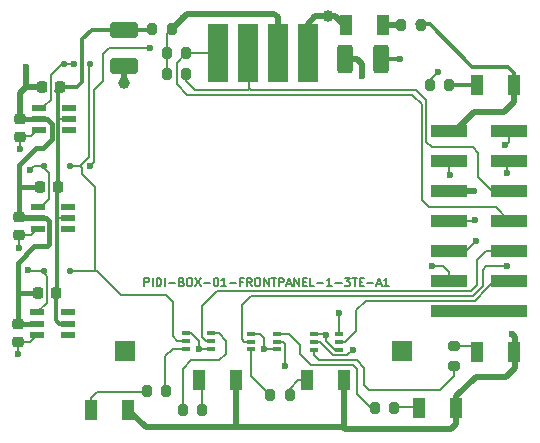
<source format=gbr>
%TF.GenerationSoftware,KiCad,Pcbnew,9.0.6*%
%TF.CreationDate,2025-12-26T20:18:00+00:00*%
%TF.ProjectId,PIDI-BOX-01-FRONTPANEL-1-3TE-A1,50494449-2d42-44f5-982d-30312d46524f,rev?*%
%TF.SameCoordinates,Original*%
%TF.FileFunction,Copper,L1,Top*%
%TF.FilePolarity,Positive*%
%FSLAX46Y46*%
G04 Gerber Fmt 4.6, Leading zero omitted, Abs format (unit mm)*
G04 Created by KiCad (PCBNEW 9.0.6) date 2025-12-26 20:18:00*
%MOMM*%
%LPD*%
G01*
G04 APERTURE LIST*
G04 Aperture macros list*
%AMRoundRect*
0 Rectangle with rounded corners*
0 $1 Rounding radius*
0 $2 $3 $4 $5 $6 $7 $8 $9 X,Y pos of 4 corners*
0 Add a 4 corners polygon primitive as box body*
4,1,4,$2,$3,$4,$5,$6,$7,$8,$9,$2,$3,0*
0 Add four circle primitives for the rounded corners*
1,1,$1+$1,$2,$3*
1,1,$1+$1,$4,$5*
1,1,$1+$1,$6,$7*
1,1,$1+$1,$8,$9*
0 Add four rect primitives between the rounded corners*
20,1,$1+$1,$2,$3,$4,$5,0*
20,1,$1+$1,$4,$5,$6,$7,0*
20,1,$1+$1,$6,$7,$8,$9,0*
20,1,$1+$1,$8,$9,$2,$3,0*%
G04 Aperture macros list end*
%ADD10C,0.150000*%
%TA.AperFunction,NonConductor*%
%ADD11C,0.150000*%
%TD*%
%TA.AperFunction,SMDPad,CuDef*%
%ADD12RoundRect,0.225000X0.250000X-0.225000X0.250000X0.225000X-0.250000X0.225000X-0.250000X-0.225000X0*%
%TD*%
%TA.AperFunction,SMDPad,CuDef*%
%ADD13RoundRect,0.225000X0.225000X0.250000X-0.225000X0.250000X-0.225000X-0.250000X0.225000X-0.250000X0*%
%TD*%
%TA.AperFunction,SMDPad,CuDef*%
%ADD14RoundRect,0.200000X0.200000X0.275000X-0.200000X0.275000X-0.200000X-0.275000X0.200000X-0.275000X0*%
%TD*%
%TA.AperFunction,SMDPad,CuDef*%
%ADD15RoundRect,0.200000X-0.200000X-0.275000X0.200000X-0.275000X0.200000X0.275000X-0.200000X0.275000X0*%
%TD*%
%TA.AperFunction,SMDPad,CuDef*%
%ADD16RoundRect,0.125000X0.125000X0.125000X-0.125000X0.125000X-0.125000X-0.125000X0.125000X-0.125000X0*%
%TD*%
%TA.AperFunction,SMDPad,CuDef*%
%ADD17R,0.787400X0.355600*%
%TD*%
%TA.AperFunction,SMDPad,CuDef*%
%ADD18RoundRect,0.200000X0.275000X-0.200000X0.275000X0.200000X-0.275000X0.200000X-0.275000X-0.200000X0*%
%TD*%
%TA.AperFunction,SMDPad,CuDef*%
%ADD19R,1.700000X5.000000*%
%TD*%
%TA.AperFunction,SMDPad,CuDef*%
%ADD20R,3.150000X1.000000*%
%TD*%
%TA.AperFunction,SMDPad,CuDef*%
%ADD21R,1.008000X1.701800*%
%TD*%
%TA.AperFunction,SMDPad,CuDef*%
%ADD22R,1.016000X1.701800*%
%TD*%
%TA.AperFunction,SMDPad,CuDef*%
%ADD23R,1.150000X0.600000*%
%TD*%
%TA.AperFunction,SMDPad,CuDef*%
%ADD24RoundRect,0.250000X-0.420000X-0.945000X0.420000X-0.945000X0.420000X0.945000X-0.420000X0.945000X0*%
%TD*%
%TA.AperFunction,ComponentPad*%
%ADD25R,1.700000X1.700000*%
%TD*%
%TA.AperFunction,SMDPad,CuDef*%
%ADD26RoundRect,0.250000X-0.945000X0.420000X-0.945000X-0.420000X0.945000X-0.420000X0.945000X0.420000X0*%
%TD*%
%TA.AperFunction,ViaPad*%
%ADD27C,0.600000*%
%TD*%
%TA.AperFunction,ViaPad*%
%ADD28C,1.000000*%
%TD*%
%TA.AperFunction,Conductor*%
%ADD29C,0.400000*%
%TD*%
%TA.AperFunction,Conductor*%
%ADD30C,0.500000*%
%TD*%
%TA.AperFunction,Conductor*%
%ADD31C,0.200000*%
%TD*%
%TA.AperFunction,Conductor*%
%ADD32C,1.000000*%
%TD*%
%TA.AperFunction,Conductor*%
%ADD33C,0.300000*%
%TD*%
G04 APERTURE END LIST*
D10*
D11*
X96929750Y-74023733D02*
X96929750Y-73323733D01*
X96929750Y-73323733D02*
X97196417Y-73323733D01*
X97196417Y-73323733D02*
X97263084Y-73357066D01*
X97263084Y-73357066D02*
X97296417Y-73390400D01*
X97296417Y-73390400D02*
X97329750Y-73457066D01*
X97329750Y-73457066D02*
X97329750Y-73557066D01*
X97329750Y-73557066D02*
X97296417Y-73623733D01*
X97296417Y-73623733D02*
X97263084Y-73657066D01*
X97263084Y-73657066D02*
X97196417Y-73690400D01*
X97196417Y-73690400D02*
X96929750Y-73690400D01*
X97629750Y-74023733D02*
X97629750Y-73323733D01*
X97963083Y-74023733D02*
X97963083Y-73323733D01*
X97963083Y-73323733D02*
X98129750Y-73323733D01*
X98129750Y-73323733D02*
X98229750Y-73357066D01*
X98229750Y-73357066D02*
X98296417Y-73423733D01*
X98296417Y-73423733D02*
X98329750Y-73490400D01*
X98329750Y-73490400D02*
X98363083Y-73623733D01*
X98363083Y-73623733D02*
X98363083Y-73723733D01*
X98363083Y-73723733D02*
X98329750Y-73857066D01*
X98329750Y-73857066D02*
X98296417Y-73923733D01*
X98296417Y-73923733D02*
X98229750Y-73990400D01*
X98229750Y-73990400D02*
X98129750Y-74023733D01*
X98129750Y-74023733D02*
X97963083Y-74023733D01*
X98663083Y-74023733D02*
X98663083Y-73323733D01*
X98996416Y-73757066D02*
X99529750Y-73757066D01*
X100096417Y-73657066D02*
X100196417Y-73690400D01*
X100196417Y-73690400D02*
X100229750Y-73723733D01*
X100229750Y-73723733D02*
X100263083Y-73790400D01*
X100263083Y-73790400D02*
X100263083Y-73890400D01*
X100263083Y-73890400D02*
X100229750Y-73957066D01*
X100229750Y-73957066D02*
X100196417Y-73990400D01*
X100196417Y-73990400D02*
X100129750Y-74023733D01*
X100129750Y-74023733D02*
X99863083Y-74023733D01*
X99863083Y-74023733D02*
X99863083Y-73323733D01*
X99863083Y-73323733D02*
X100096417Y-73323733D01*
X100096417Y-73323733D02*
X100163083Y-73357066D01*
X100163083Y-73357066D02*
X100196417Y-73390400D01*
X100196417Y-73390400D02*
X100229750Y-73457066D01*
X100229750Y-73457066D02*
X100229750Y-73523733D01*
X100229750Y-73523733D02*
X100196417Y-73590400D01*
X100196417Y-73590400D02*
X100163083Y-73623733D01*
X100163083Y-73623733D02*
X100096417Y-73657066D01*
X100096417Y-73657066D02*
X99863083Y-73657066D01*
X100696417Y-73323733D02*
X100829750Y-73323733D01*
X100829750Y-73323733D02*
X100896417Y-73357066D01*
X100896417Y-73357066D02*
X100963083Y-73423733D01*
X100963083Y-73423733D02*
X100996417Y-73557066D01*
X100996417Y-73557066D02*
X100996417Y-73790400D01*
X100996417Y-73790400D02*
X100963083Y-73923733D01*
X100963083Y-73923733D02*
X100896417Y-73990400D01*
X100896417Y-73990400D02*
X100829750Y-74023733D01*
X100829750Y-74023733D02*
X100696417Y-74023733D01*
X100696417Y-74023733D02*
X100629750Y-73990400D01*
X100629750Y-73990400D02*
X100563083Y-73923733D01*
X100563083Y-73923733D02*
X100529750Y-73790400D01*
X100529750Y-73790400D02*
X100529750Y-73557066D01*
X100529750Y-73557066D02*
X100563083Y-73423733D01*
X100563083Y-73423733D02*
X100629750Y-73357066D01*
X100629750Y-73357066D02*
X100696417Y-73323733D01*
X101229750Y-73323733D02*
X101696416Y-74023733D01*
X101696416Y-73323733D02*
X101229750Y-74023733D01*
X101963083Y-73757066D02*
X102496417Y-73757066D01*
X102963084Y-73323733D02*
X103029750Y-73323733D01*
X103029750Y-73323733D02*
X103096417Y-73357066D01*
X103096417Y-73357066D02*
X103129750Y-73390400D01*
X103129750Y-73390400D02*
X103163084Y-73457066D01*
X103163084Y-73457066D02*
X103196417Y-73590400D01*
X103196417Y-73590400D02*
X103196417Y-73757066D01*
X103196417Y-73757066D02*
X103163084Y-73890400D01*
X103163084Y-73890400D02*
X103129750Y-73957066D01*
X103129750Y-73957066D02*
X103096417Y-73990400D01*
X103096417Y-73990400D02*
X103029750Y-74023733D01*
X103029750Y-74023733D02*
X102963084Y-74023733D01*
X102963084Y-74023733D02*
X102896417Y-73990400D01*
X102896417Y-73990400D02*
X102863084Y-73957066D01*
X102863084Y-73957066D02*
X102829750Y-73890400D01*
X102829750Y-73890400D02*
X102796417Y-73757066D01*
X102796417Y-73757066D02*
X102796417Y-73590400D01*
X102796417Y-73590400D02*
X102829750Y-73457066D01*
X102829750Y-73457066D02*
X102863084Y-73390400D01*
X102863084Y-73390400D02*
X102896417Y-73357066D01*
X102896417Y-73357066D02*
X102963084Y-73323733D01*
X103863084Y-74023733D02*
X103463084Y-74023733D01*
X103663084Y-74023733D02*
X103663084Y-73323733D01*
X103663084Y-73323733D02*
X103596417Y-73423733D01*
X103596417Y-73423733D02*
X103529751Y-73490400D01*
X103529751Y-73490400D02*
X103463084Y-73523733D01*
X104163084Y-73757066D02*
X104696418Y-73757066D01*
X105263085Y-73657066D02*
X105029751Y-73657066D01*
X105029751Y-74023733D02*
X105029751Y-73323733D01*
X105029751Y-73323733D02*
X105363085Y-73323733D01*
X106029751Y-74023733D02*
X105796418Y-73690400D01*
X105629751Y-74023733D02*
X105629751Y-73323733D01*
X105629751Y-73323733D02*
X105896418Y-73323733D01*
X105896418Y-73323733D02*
X105963085Y-73357066D01*
X105963085Y-73357066D02*
X105996418Y-73390400D01*
X105996418Y-73390400D02*
X106029751Y-73457066D01*
X106029751Y-73457066D02*
X106029751Y-73557066D01*
X106029751Y-73557066D02*
X105996418Y-73623733D01*
X105996418Y-73623733D02*
X105963085Y-73657066D01*
X105963085Y-73657066D02*
X105896418Y-73690400D01*
X105896418Y-73690400D02*
X105629751Y-73690400D01*
X106463085Y-73323733D02*
X106596418Y-73323733D01*
X106596418Y-73323733D02*
X106663085Y-73357066D01*
X106663085Y-73357066D02*
X106729751Y-73423733D01*
X106729751Y-73423733D02*
X106763085Y-73557066D01*
X106763085Y-73557066D02*
X106763085Y-73790400D01*
X106763085Y-73790400D02*
X106729751Y-73923733D01*
X106729751Y-73923733D02*
X106663085Y-73990400D01*
X106663085Y-73990400D02*
X106596418Y-74023733D01*
X106596418Y-74023733D02*
X106463085Y-74023733D01*
X106463085Y-74023733D02*
X106396418Y-73990400D01*
X106396418Y-73990400D02*
X106329751Y-73923733D01*
X106329751Y-73923733D02*
X106296418Y-73790400D01*
X106296418Y-73790400D02*
X106296418Y-73557066D01*
X106296418Y-73557066D02*
X106329751Y-73423733D01*
X106329751Y-73423733D02*
X106396418Y-73357066D01*
X106396418Y-73357066D02*
X106463085Y-73323733D01*
X107063084Y-74023733D02*
X107063084Y-73323733D01*
X107063084Y-73323733D02*
X107463084Y-74023733D01*
X107463084Y-74023733D02*
X107463084Y-73323733D01*
X107696417Y-73323733D02*
X108096417Y-73323733D01*
X107896417Y-74023733D02*
X107896417Y-73323733D01*
X108329750Y-74023733D02*
X108329750Y-73323733D01*
X108329750Y-73323733D02*
X108596417Y-73323733D01*
X108596417Y-73323733D02*
X108663084Y-73357066D01*
X108663084Y-73357066D02*
X108696417Y-73390400D01*
X108696417Y-73390400D02*
X108729750Y-73457066D01*
X108729750Y-73457066D02*
X108729750Y-73557066D01*
X108729750Y-73557066D02*
X108696417Y-73623733D01*
X108696417Y-73623733D02*
X108663084Y-73657066D01*
X108663084Y-73657066D02*
X108596417Y-73690400D01*
X108596417Y-73690400D02*
X108329750Y-73690400D01*
X108996417Y-73823733D02*
X109329750Y-73823733D01*
X108929750Y-74023733D02*
X109163084Y-73323733D01*
X109163084Y-73323733D02*
X109396417Y-74023733D01*
X109629750Y-74023733D02*
X109629750Y-73323733D01*
X109629750Y-73323733D02*
X110029750Y-74023733D01*
X110029750Y-74023733D02*
X110029750Y-73323733D01*
X110363083Y-73657066D02*
X110596417Y-73657066D01*
X110696417Y-74023733D02*
X110363083Y-74023733D01*
X110363083Y-74023733D02*
X110363083Y-73323733D01*
X110363083Y-73323733D02*
X110696417Y-73323733D01*
X111329750Y-74023733D02*
X110996416Y-74023733D01*
X110996416Y-74023733D02*
X110996416Y-73323733D01*
X111563083Y-73757066D02*
X112096417Y-73757066D01*
X112796417Y-74023733D02*
X112396417Y-74023733D01*
X112596417Y-74023733D02*
X112596417Y-73323733D01*
X112596417Y-73323733D02*
X112529750Y-73423733D01*
X112529750Y-73423733D02*
X112463084Y-73490400D01*
X112463084Y-73490400D02*
X112396417Y-73523733D01*
X113096417Y-73757066D02*
X113629751Y-73757066D01*
X113896418Y-73323733D02*
X114329751Y-73323733D01*
X114329751Y-73323733D02*
X114096418Y-73590400D01*
X114096418Y-73590400D02*
X114196418Y-73590400D01*
X114196418Y-73590400D02*
X114263084Y-73623733D01*
X114263084Y-73623733D02*
X114296418Y-73657066D01*
X114296418Y-73657066D02*
X114329751Y-73723733D01*
X114329751Y-73723733D02*
X114329751Y-73890400D01*
X114329751Y-73890400D02*
X114296418Y-73957066D01*
X114296418Y-73957066D02*
X114263084Y-73990400D01*
X114263084Y-73990400D02*
X114196418Y-74023733D01*
X114196418Y-74023733D02*
X113996418Y-74023733D01*
X113996418Y-74023733D02*
X113929751Y-73990400D01*
X113929751Y-73990400D02*
X113896418Y-73957066D01*
X114529751Y-73323733D02*
X114929751Y-73323733D01*
X114729751Y-74023733D02*
X114729751Y-73323733D01*
X115163084Y-73657066D02*
X115396418Y-73657066D01*
X115496418Y-74023733D02*
X115163084Y-74023733D01*
X115163084Y-74023733D02*
X115163084Y-73323733D01*
X115163084Y-73323733D02*
X115496418Y-73323733D01*
X115796417Y-73757066D02*
X116329751Y-73757066D01*
X116629751Y-73823733D02*
X116963084Y-73823733D01*
X116563084Y-74023733D02*
X116796418Y-73323733D01*
X116796418Y-73323733D02*
X117029751Y-74023733D01*
X117629751Y-74023733D02*
X117229751Y-74023733D01*
X117429751Y-74023733D02*
X117429751Y-73323733D01*
X117429751Y-73323733D02*
X117363084Y-73423733D01*
X117363084Y-73423733D02*
X117296418Y-73490400D01*
X117296418Y-73490400D02*
X117229751Y-73523733D01*
D12*
%TO.P,C3,1*%
%TO.N,/BUT3*%
X86275000Y-78775000D03*
%TO.P,C3,2*%
%TO.N,GND*%
X86275000Y-77225000D03*
%TD*%
D13*
%TO.P,C5,1*%
%TO.N,Net-(IC1-VDD)*%
X89625000Y-65650000D03*
%TO.P,C5,2*%
%TO.N,GND*%
X88075000Y-65650000D03*
%TD*%
D14*
%TO.P,R9,1*%
%TO.N,SDA*%
X100494600Y-54283200D03*
%TO.P,R9,2*%
%TO.N,+3.3V*%
X98844600Y-54283200D03*
%TD*%
D15*
%TO.P,R7,1*%
%TO.N,Net-(U3-C_TR1)*%
X100165400Y-84480400D03*
%TO.P,R7,2*%
%TO.N,Net-(LED6-Pad1)*%
X101815400Y-84480400D03*
%TD*%
D12*
%TO.P,C1,1*%
%TO.N,/BUT2*%
X86300000Y-69725000D03*
%TO.P,C1,2*%
%TO.N,GND*%
X86300000Y-68175000D03*
%TD*%
D16*
%TO.P,D1,1,1*%
%TO.N,BUT-PRESS*%
X90600000Y-72700000D03*
%TO.P,D1,2,2*%
%TO.N,BUT3G16*%
X88400000Y-72700000D03*
%TD*%
D17*
%TO.P,U1,1,E_TR1*%
%TO.N,GND*%
X111302800Y-78084401D03*
%TO.P,U1,2,B_TR1*%
%TO.N,G10*%
X111302800Y-78734400D03*
%TO.P,U1,3,C_TR2*%
%TO.N,Net-(U1-C_TR2)*%
X111302800Y-79384399D03*
%TO.P,U1,4,E_TR2*%
%TO.N,GND*%
X113436400Y-79384399D03*
%TO.P,U1,5,B_TR2*%
%TO.N,G20*%
X113436400Y-78734400D03*
%TO.P,U1,6,C_TR1*%
%TO.N,Net-(U1-C_TR1)*%
X113436400Y-78084401D03*
%TD*%
D18*
%TO.P,R4,1*%
%TO.N,Net-(U1-C_TR2)*%
X123125000Y-80775000D03*
%TO.P,R4,2*%
%TO.N,Net-(LED3-Pad1)*%
X123125000Y-79125000D03*
%TD*%
D19*
%TO.P,J2,1,Pin_1*%
%TO.N,GND*%
X110751400Y-54266900D03*
%TO.P,J2,2,Pin_2*%
%TO.N,+3.3V*%
X108211400Y-54266900D03*
%TO.P,J2,3,Pin_3*%
%TO.N,SCL*%
X105671400Y-54266900D03*
%TO.P,J2,4,Pin_4*%
%TO.N,SDA*%
X103131400Y-54266900D03*
%TD*%
D20*
%TO.P,J1,1,Pin_1*%
%TO.N,GND*%
X127800000Y-76090000D03*
%TO.P,J1,2,Pin_2*%
X122750000Y-76090000D03*
%TO.P,J1,3,Pin_3*%
%TO.N,G20*%
X127800000Y-73550000D03*
%TO.P,J1,4,Pin_4*%
%TO.N,BUT3G16*%
X122750000Y-73550000D03*
%TO.P,J1,5,Pin_5*%
%TO.N,G21*%
X127800000Y-71010000D03*
%TO.P,J1,6,Pin_6*%
%TO.N,BUT1G08*%
X122750000Y-71010000D03*
%TO.P,J1,7,Pin_7*%
%TO.N,SDA*%
X127800000Y-68470000D03*
%TO.P,J1,8,Pin_8*%
%TO.N,BUT2G25*%
X122750000Y-68470000D03*
%TO.P,J1,9,Pin_9*%
%TO.N,SCL*%
X127800000Y-65930000D03*
%TO.P,J1,10,Pin_10*%
%TO.N,+3.3V*%
X122750000Y-65930000D03*
%TO.P,J1,11,Pin_11*%
%TO.N,G9*%
X127800000Y-63390000D03*
%TO.P,J1,12,Pin_12*%
%TO.N,G17*%
X122750000Y-63390000D03*
%TO.P,J1,13,Pin_13*%
%TO.N,G10*%
X127800000Y-60850000D03*
%TO.P,J1,14,Pin_14*%
%TO.N,+5V*%
X122750000Y-60850000D03*
%TD*%
D21*
%TO.P,LED4,1*%
%TO.N,Net-(LED4-Pad1)*%
X120167400Y-84328000D03*
D22*
%TO.P,LED4,2*%
%TO.N,+5V*%
X123317400Y-84328000D03*
%TD*%
D23*
%TO.P,IC3,1,Q*%
%TO.N,BUT3G16*%
X87875000Y-76250000D03*
%TO.P,IC3,2,VSS*%
%TO.N,GND*%
X87875000Y-77200000D03*
%TO.P,IC3,3,I*%
%TO.N,/BUT3*%
X87875000Y-78150000D03*
%TO.P,IC3,4,AHLB*%
%TO.N,unconnected-(IC3-AHLB-Pad4)*%
X90475000Y-78150000D03*
%TO.P,IC3,5,VDD*%
%TO.N,Net-(IC1-VDD)*%
X90475000Y-77200000D03*
%TO.P,IC3,6,TOG*%
%TO.N,unconnected-(IC3-TOG-Pad6)*%
X90475000Y-76250000D03*
%TD*%
D17*
%TO.P,U2,1,E_TR1*%
%TO.N,GND*%
X106002000Y-78072701D03*
%TO.P,U2,2,B_TR1*%
%TO.N,G9*%
X106002000Y-78722700D03*
%TO.P,U2,3,C_TR2*%
%TO.N,Net-(U2-C_TR2)*%
X106002000Y-79372699D03*
%TO.P,U2,4,E_TR2*%
%TO.N,GND*%
X108135600Y-79372699D03*
%TO.P,U2,5,B_TR2*%
%TO.N,G17*%
X108135600Y-78722700D03*
%TO.P,U2,6,C_TR1*%
%TO.N,Net-(U2-C_TR1)*%
X108135600Y-78072701D03*
%TD*%
D15*
%TO.P,R6,1*%
%TO.N,Net-(U2-C_TR2)*%
X107582200Y-83210400D03*
%TO.P,R6,2*%
%TO.N,Net-(LED5-Pad1)*%
X109232200Y-83210400D03*
%TD*%
D17*
%TO.P,U3,1,E_TR1*%
%TO.N,GND*%
X100482400Y-78000659D03*
%TO.P,U3,2,B_TR1*%
%TO.N,BUT-PRESS*%
X100482400Y-78650658D03*
%TO.P,U3,3,C_TR2*%
%TO.N,Net-(U3-C_TR2)*%
X100482400Y-79300657D03*
%TO.P,U3,4,E_TR2*%
%TO.N,GND*%
X102616000Y-79300657D03*
%TO.P,U3,5,B_TR2*%
%TO.N,G21*%
X102616000Y-78650658D03*
%TO.P,U3,6,C_TR1*%
%TO.N,Net-(U3-C_TR1)*%
X102616000Y-78000659D03*
%TD*%
D21*
%TO.P,LED5,1*%
%TO.N,Net-(LED5-Pad1)*%
X110695800Y-81991200D03*
D22*
%TO.P,LED5,2*%
%TO.N,+5V*%
X113845800Y-81991200D03*
%TD*%
D24*
%TO.P,C8,1*%
%TO.N,+3.3V*%
X113885000Y-54800000D03*
%TO.P,C8,2*%
%TO.N,GND*%
X116965000Y-54800000D03*
%TD*%
D14*
%TO.P,R2,1*%
%TO.N,Net-(U3-C_TR2)*%
X98767400Y-82905600D03*
%TO.P,R2,2*%
%TO.N,Net-(LED7-Pad1)*%
X97117400Y-82905600D03*
%TD*%
D21*
%TO.P,LED2,1*%
%TO.N,Net-(LED2-Pad1)*%
X125075000Y-57025000D03*
D22*
%TO.P,LED2,2*%
%TO.N,+5V*%
X128225000Y-57025000D03*
%TD*%
D21*
%TO.P,LED1,1*%
%TO.N,GND*%
X114000000Y-51875000D03*
D22*
%TO.P,LED1,2*%
%TO.N,Net-(LED1-Pad2)*%
X117150000Y-51875000D03*
%TD*%
D15*
%TO.P,R5,1*%
%TO.N,Net-(U2-C_TR1)*%
X116450000Y-84350000D03*
%TO.P,R5,2*%
%TO.N,Net-(LED4-Pad1)*%
X118100000Y-84350000D03*
%TD*%
D21*
%TO.P,LED6,1*%
%TO.N,Net-(LED6-Pad1)*%
X101573200Y-81940400D03*
D22*
%TO.P,LED6,2*%
%TO.N,+5V*%
X104723200Y-81940400D03*
%TD*%
D15*
%TO.P,R8,1*%
%TO.N,Net-(LED1-Pad2)*%
X118675000Y-51900000D03*
%TO.P,R8,2*%
%TO.N,+5V*%
X120325000Y-51900000D03*
%TD*%
D16*
%TO.P,D3,1,1*%
%TO.N,BUT-PRESS*%
X92325000Y-55225000D03*
%TO.P,D3,2,2*%
%TO.N,BUT1G08*%
X90125000Y-55225000D03*
%TD*%
D21*
%TO.P,LED7,1*%
%TO.N,Net-(LED7-Pad1)*%
X92407800Y-84480400D03*
D22*
%TO.P,LED7,2*%
%TO.N,+5V*%
X95557800Y-84480400D03*
%TD*%
D16*
%TO.P,D2,1,1*%
%TO.N,BUT-PRESS*%
X90675000Y-63825000D03*
%TO.P,D2,2,2*%
%TO.N,BUT2G25*%
X88475000Y-63825000D03*
%TD*%
D25*
%TO.P,REF\u002A\u002A,1*%
%TO.N,N/C*%
X95275400Y-79476600D03*
%TD*%
D14*
%TO.P,R10,1*%
%TO.N,SCL*%
X100494600Y-56083200D03*
%TO.P,R10,2*%
%TO.N,+3.3V*%
X98844600Y-56083200D03*
%TD*%
D23*
%TO.P,IC2,1,Q*%
%TO.N,BUT2G25*%
X87900000Y-67300000D03*
%TO.P,IC2,2,VSS*%
%TO.N,GND*%
X87900000Y-68250000D03*
%TO.P,IC2,3,I*%
%TO.N,/BUT2*%
X87900000Y-69200000D03*
%TO.P,IC2,4,AHLB*%
%TO.N,unconnected-(IC2-AHLB-Pad4)*%
X90500000Y-69200000D03*
%TO.P,IC2,5,VDD*%
%TO.N,Net-(IC1-VDD)*%
X90500000Y-68250000D03*
%TO.P,IC2,6,TOG*%
%TO.N,unconnected-(IC2-TOG-Pad6)*%
X90500000Y-67300000D03*
%TD*%
D25*
%TO.P,REF\u002A\u002A,1*%
%TO.N,N/C*%
X118745000Y-79476600D03*
%TD*%
D14*
%TO.P,R1,1*%
%TO.N,+3.3V*%
X99250000Y-52275000D03*
%TO.P,R1,2*%
%TO.N,Net-(IC1-VDD)*%
X97600000Y-52275000D03*
%TD*%
D15*
%TO.P,R3,1*%
%TO.N,Net-(U1-C_TR1)*%
X121100000Y-56950000D03*
%TO.P,R3,2*%
%TO.N,Net-(LED2-Pad1)*%
X122750000Y-56950000D03*
%TD*%
D12*
%TO.P,C2,1*%
%TO.N,/BUT1*%
X86400000Y-61379400D03*
%TO.P,C2,2*%
%TO.N,GND*%
X86400000Y-59829400D03*
%TD*%
D13*
%TO.P,C4,1*%
%TO.N,Net-(IC1-VDD)*%
X89775000Y-57150000D03*
%TO.P,C4,2*%
%TO.N,GND*%
X88225000Y-57150000D03*
%TD*%
D21*
%TO.P,LED3,1*%
%TO.N,Net-(LED3-Pad1)*%
X125097400Y-79600000D03*
D22*
%TO.P,LED3,2*%
%TO.N,+5V*%
X128247400Y-79600000D03*
%TD*%
D26*
%TO.P,C7,1*%
%TO.N,Net-(IC1-VDD)*%
X95199200Y-52308000D03*
%TO.P,C7,2*%
%TO.N,GND*%
X95199200Y-55388000D03*
%TD*%
D13*
%TO.P,C6,1*%
%TO.N,Net-(IC1-VDD)*%
X89475000Y-74600000D03*
%TO.P,C6,2*%
%TO.N,GND*%
X87925000Y-74600000D03*
%TD*%
D23*
%TO.P,IC1,1,Q*%
%TO.N,BUT1G08*%
X87976400Y-58928000D03*
%TO.P,IC1,2,VSS*%
%TO.N,GND*%
X87976400Y-59878000D03*
%TO.P,IC1,3,I*%
%TO.N,/BUT1*%
X87976400Y-60828000D03*
%TO.P,IC1,4,AHLB*%
%TO.N,unconnected-(IC1-AHLB-Pad4)*%
X90576400Y-60828000D03*
%TO.P,IC1,5,VDD*%
%TO.N,Net-(IC1-VDD)*%
X90576400Y-59878000D03*
%TO.P,IC1,6,TOG*%
%TO.N,unconnected-(IC1-TOG-Pad6)*%
X90576400Y-58928000D03*
%TD*%
D27*
%TO.N,GND*%
X118575000Y-54800000D03*
D28*
X125225000Y-76100000D03*
X95224600Y-56819800D03*
D27*
X101567600Y-79317458D03*
X107035600Y-79372700D03*
X112344200Y-78155800D03*
X86950000Y-55500000D03*
D28*
X112445800Y-51181000D03*
D27*
%TO.N,BUT3G16*%
X121294600Y-72288400D03*
X87096600Y-72694800D03*
%TO.N,/BUT2*%
X86300000Y-70750000D03*
%TO.N,/BUT1*%
X86400000Y-62450000D03*
%TO.N,BUT2G25*%
X87223600Y-64211200D03*
X124950000Y-68450000D03*
X97409000Y-53863800D03*
X92354400Y-63881000D03*
%TO.N,+3.3V*%
X115341400Y-56201471D03*
X100217000Y-51308000D03*
X124815600Y-65930000D03*
%TO.N,BUT1G08*%
X125012500Y-70162500D03*
X90940100Y-55184900D03*
%TO.N,+5V*%
X125500000Y-59250000D03*
X128050000Y-78075000D03*
%TO.N,G9*%
X127660400Y-64465200D03*
X127660400Y-72339200D03*
%TO.N,Net-(U1-C_TR1)*%
X121800000Y-55850000D03*
X113436400Y-76301600D03*
%TO.N,G10*%
X114598350Y-79393950D03*
X127508000Y-62077600D03*
%TO.N,G17*%
X122783600Y-64643000D03*
X108825000Y-80746600D03*
%TO.N,/BUT3*%
X86225000Y-79800000D03*
%TD*%
D29*
%TO.N,GND*%
X88875000Y-70484600D02*
X88875000Y-68500000D01*
D30*
X125150000Y-76125000D02*
X125185000Y-76090000D01*
D29*
X87630000Y-70662800D02*
X88696800Y-70662800D01*
D31*
X87825000Y-68175000D02*
X87900000Y-68250000D01*
D29*
X86325000Y-65650000D02*
X88075000Y-65650000D01*
D31*
X106696201Y-78072701D02*
X106002000Y-78072701D01*
D32*
X125185000Y-76090000D02*
X125215000Y-76090000D01*
D31*
X122741600Y-76098400D02*
X122750000Y-76090000D01*
D30*
X95200000Y-56795200D02*
X95224600Y-56819800D01*
D29*
X86300000Y-63763200D02*
X87763200Y-62300000D01*
D30*
X88225000Y-57150000D02*
X86950000Y-57150000D01*
X95200000Y-55387500D02*
X95200000Y-56795200D01*
D29*
X88875000Y-68500000D02*
X88625000Y-68250000D01*
X89075000Y-60251600D02*
X88701400Y-59878000D01*
D32*
X125215000Y-76090000D02*
X125225000Y-76100000D01*
D30*
X113108600Y-51181000D02*
X113752600Y-51825000D01*
D31*
X101567600Y-78677258D02*
X100891001Y-78000659D01*
X101567600Y-79317458D02*
X102174198Y-79317458D01*
D29*
X86284000Y-74600000D02*
X86258400Y-74574400D01*
D31*
X102174198Y-79317458D02*
X102190999Y-79300657D01*
D29*
X86300000Y-68175000D02*
X86300000Y-65675000D01*
X86258400Y-74883400D02*
X86258400Y-75031600D01*
D30*
X86400000Y-59829400D02*
X86400000Y-57700000D01*
D31*
X112272801Y-78084401D02*
X111302800Y-78084401D01*
D30*
X86350000Y-68225000D02*
X87775000Y-68225000D01*
D32*
X125225000Y-76100000D02*
X125235000Y-76090000D01*
D29*
X88701400Y-59878000D02*
X87976400Y-59878000D01*
X86448600Y-59878000D02*
X87872000Y-59878000D01*
D31*
X87850000Y-77225000D02*
X87875000Y-77200000D01*
D29*
X86258400Y-77208400D02*
X86258400Y-75064800D01*
X88625000Y-68250000D02*
X87900000Y-68250000D01*
D30*
X110751400Y-51808600D02*
X111379000Y-51181000D01*
X86400000Y-57700000D02*
X86950000Y-57150000D01*
D29*
X88350000Y-62300000D02*
X89075000Y-61575000D01*
D30*
X110751400Y-54266900D02*
X110751400Y-51808600D01*
D29*
X86300000Y-65675000D02*
X86300000Y-63763200D01*
D31*
X112344200Y-78695800D02*
X113032799Y-79384399D01*
D32*
X125235000Y-76090000D02*
X127800000Y-76090000D01*
D29*
X86258400Y-74883400D02*
X86258400Y-72034400D01*
D31*
X107660599Y-79372699D02*
X108135600Y-79372699D01*
D29*
X86275000Y-77225000D02*
X86258400Y-77208400D01*
D32*
X122750000Y-76090000D02*
X125115000Y-76090000D01*
D31*
X107035600Y-78412100D02*
X106696201Y-78072701D01*
X112344200Y-78155800D02*
X112344200Y-78695800D01*
D30*
X125115000Y-76090000D02*
X125150000Y-76125000D01*
X86950000Y-57150000D02*
X86950000Y-55500000D01*
D29*
X87925000Y-74600000D02*
X86284000Y-74600000D01*
D31*
X102190999Y-79300657D02*
X102616000Y-79300657D01*
X112344200Y-78155800D02*
X112272801Y-78084401D01*
X113032799Y-79384399D02*
X113436400Y-79384399D01*
D29*
X86300000Y-65675000D02*
X86325000Y-65650000D01*
D30*
X86300000Y-68175000D02*
X86350000Y-68225000D01*
X111379000Y-51181000D02*
X113108600Y-51181000D01*
D31*
X100891001Y-78000659D02*
X100482400Y-78000659D01*
X101567600Y-79317458D02*
X101567600Y-78677258D01*
X107035600Y-79372700D02*
X107660598Y-79372700D01*
D33*
X118575000Y-54800000D02*
X116962500Y-54800000D01*
D29*
X88696800Y-70662800D02*
X88875000Y-70484600D01*
D31*
X107660598Y-79372700D02*
X107660599Y-79372699D01*
X86400000Y-59829400D02*
X86448600Y-59878000D01*
D29*
X86258400Y-72034400D02*
X87630000Y-70662800D01*
X89075000Y-61575000D02*
X89075000Y-60251600D01*
X86258400Y-74574400D02*
X86258400Y-74883400D01*
D31*
X87872000Y-59878000D02*
X88000000Y-59750000D01*
D29*
X86275000Y-77225000D02*
X87050000Y-77225000D01*
D31*
X107035600Y-79372700D02*
X107035600Y-78412100D01*
D29*
X87050000Y-77225000D02*
X87850000Y-77225000D01*
X87976400Y-59878000D02*
X87976400Y-59773600D01*
X87763200Y-62300000D02*
X88350000Y-62300000D01*
D31*
%TO.N,BUT3G16*%
X87274400Y-72694800D02*
X87279600Y-72700000D01*
X121294600Y-72288400D02*
X122250200Y-72288400D01*
X122250200Y-72288400D02*
X122750000Y-72788200D01*
X88696800Y-73198550D02*
X88198250Y-72700000D01*
X88696800Y-75428200D02*
X88696800Y-73198550D01*
X87875000Y-76250000D02*
X88696800Y-75428200D01*
X122750000Y-72788200D02*
X122750000Y-73550000D01*
X87096600Y-72694800D02*
X87274400Y-72694800D01*
X87279600Y-72700000D02*
X88198250Y-72700000D01*
%TO.N,/BUT2*%
X87375000Y-69725000D02*
X87900000Y-69200000D01*
X86300000Y-69725000D02*
X87375000Y-69725000D01*
X86300000Y-69725000D02*
X86300000Y-70750000D01*
%TO.N,/BUT1*%
X87375000Y-61325000D02*
X88000000Y-60700000D01*
X86400000Y-61325000D02*
X86400000Y-62450000D01*
X86400000Y-61325000D02*
X87375000Y-61325000D01*
D33*
%TO.N,Net-(IC1-VDD)*%
X97562500Y-52312500D02*
X97600000Y-52275000D01*
D31*
X89625000Y-59856200D02*
X89662000Y-59893200D01*
D33*
X89625000Y-59725000D02*
X89625000Y-65450000D01*
X91650000Y-56725000D02*
X91650000Y-53125000D01*
D31*
X89662000Y-59893200D02*
X90456800Y-59893200D01*
D33*
X92462500Y-52312500D02*
X95200000Y-52312500D01*
X89425000Y-76900000D02*
X89725000Y-77200000D01*
X95200000Y-52312500D02*
X97562500Y-52312500D01*
D31*
X90456800Y-59893200D02*
X90600000Y-59750000D01*
X89625000Y-59725000D02*
X89625000Y-59856200D01*
D33*
X89525000Y-65750000D02*
X89525000Y-74550000D01*
X89625000Y-65650000D02*
X89525000Y-65750000D01*
X89775000Y-57150000D02*
X89450000Y-57475000D01*
X89775000Y-57150000D02*
X91225000Y-57150000D01*
X89425000Y-74650000D02*
X89425000Y-76900000D01*
X89525000Y-74550000D02*
X89475000Y-74600000D01*
X91225000Y-57150000D02*
X91650000Y-56725000D01*
X89725000Y-77200000D02*
X90475000Y-77200000D01*
X89475000Y-74600000D02*
X89425000Y-74650000D01*
X89625000Y-57450000D02*
X89625000Y-59725000D01*
X91650000Y-53125000D02*
X92462500Y-52312500D01*
D31*
X89475000Y-68250000D02*
X90500000Y-68250000D01*
D33*
X89450000Y-65475000D02*
X89625000Y-65650000D01*
D31*
%TO.N,BUT2G25*%
X92684600Y-63550800D02*
X92354400Y-63881000D01*
X124930000Y-68470000D02*
X122750000Y-68470000D01*
X88849200Y-64400950D02*
X88273250Y-63825000D01*
X93980000Y-53873400D02*
X93472000Y-54381400D01*
X92684600Y-57429400D02*
X92684600Y-63550800D01*
X93472000Y-56642000D02*
X92684600Y-57429400D01*
X124950000Y-68450000D02*
X124930000Y-68470000D01*
X97399400Y-53873400D02*
X93980000Y-53873400D01*
X87609800Y-63825000D02*
X87223600Y-64211200D01*
X88849200Y-66650800D02*
X88849200Y-64400950D01*
X97409000Y-53863800D02*
X97399400Y-53873400D01*
X87900000Y-67300000D02*
X88200000Y-67300000D01*
X93472000Y-54381400D02*
X93472000Y-56642000D01*
X88273250Y-63825000D02*
X87609800Y-63825000D01*
X88200000Y-67300000D02*
X88849200Y-66650800D01*
%TO.N,+3.3V*%
X99250000Y-52275000D02*
X98856800Y-52668200D01*
X98856800Y-54271000D02*
X98844600Y-54283200D01*
D30*
X124815600Y-65930000D02*
X124820600Y-65925000D01*
X114939200Y-54800000D02*
X113887500Y-54800000D01*
D31*
X98856800Y-52668200D02*
X98856800Y-54271000D01*
D30*
X108211400Y-51264600D02*
X108211400Y-54266900D01*
X115341400Y-55202200D02*
X114939200Y-54800000D01*
D31*
X98844600Y-56083200D02*
X98844600Y-54283200D01*
D30*
X100572600Y-50952400D02*
X107899200Y-50952400D01*
X124815600Y-65930000D02*
X122750000Y-65930000D01*
X100217000Y-51308000D02*
X99250000Y-52275000D01*
X115341400Y-56201471D02*
X115341400Y-55202200D01*
X100217000Y-51308000D02*
X100572600Y-50952400D01*
X107899200Y-50952400D02*
X108211400Y-51264600D01*
D31*
%TO.N,BUT1G08*%
X89000000Y-58225000D02*
X89000000Y-56148250D01*
X124165000Y-71010000D02*
X122750000Y-71010000D01*
X90940100Y-55184900D02*
X90900000Y-55225000D01*
X88000000Y-58800000D02*
X88425000Y-58800000D01*
X88425000Y-58800000D02*
X89000000Y-58225000D01*
X125012500Y-70162500D02*
X124165000Y-71010000D01*
X89000000Y-56148250D02*
X89923250Y-55225000D01*
X90900000Y-55225000D02*
X89973250Y-55225000D01*
D30*
%TO.N,+5V*%
X125525000Y-59275000D02*
X125500000Y-59250000D01*
X124800000Y-59275000D02*
X125475000Y-59275000D01*
D33*
X127762000Y-55473600D02*
X124714000Y-55473600D01*
D30*
X104723200Y-81940400D02*
X104723200Y-85884400D01*
X125475000Y-59275000D02*
X125500000Y-59250000D01*
X104792400Y-85953600D02*
X105096800Y-85953600D01*
X127400000Y-59275000D02*
X125525000Y-59275000D01*
X124975000Y-81675000D02*
X127573300Y-81675000D01*
D33*
X128250000Y-55961600D02*
X127762000Y-55473600D01*
D30*
X97031000Y-85953600D02*
X105096800Y-85953600D01*
X123342400Y-83307600D02*
X124975000Y-81675000D01*
D33*
X121090400Y-51850000D02*
X120000000Y-51850000D01*
D30*
X113952800Y-86156800D02*
X122889500Y-86156800D01*
X105096800Y-85953600D02*
X113749600Y-85953600D01*
X123225000Y-60850000D02*
X124800000Y-59275000D01*
X122889500Y-86156800D02*
X123342400Y-85703900D01*
X113845800Y-85857400D02*
X113845800Y-81991200D01*
D33*
X124714000Y-55473600D02*
X121090400Y-51850000D01*
D30*
X123342400Y-85703900D02*
X123342400Y-83307600D01*
X113749600Y-85953600D02*
X113952800Y-86156800D01*
X128250000Y-58425000D02*
X127400000Y-59275000D01*
X122750000Y-60850000D02*
X123225000Y-60850000D01*
X104723200Y-85884400D02*
X104792400Y-85953600D01*
X128272400Y-80975900D02*
X128272400Y-78297400D01*
X127573300Y-81675000D02*
X128272400Y-80975900D01*
X128272400Y-78297400D02*
X128050000Y-78075000D01*
X113749600Y-85953600D02*
X113845800Y-85857400D01*
D33*
X128250000Y-57050000D02*
X128250000Y-55961600D01*
D30*
X95557800Y-84480400D02*
X97031000Y-85953600D01*
X128250000Y-57050000D02*
X128250000Y-58425000D01*
D31*
%TO.N,G9*%
X105206800Y-78521200D02*
X105206800Y-75590400D01*
X125571200Y-72650400D02*
X125882400Y-72339200D01*
X127660400Y-64465200D02*
X127660400Y-63529600D01*
X105206800Y-75590400D02*
X105949800Y-74847400D01*
X105949800Y-74847400D02*
X124727286Y-74847400D01*
X106002000Y-78722700D02*
X105408300Y-78722700D01*
X105408300Y-78722700D02*
X105206800Y-78521200D01*
X124727286Y-74847400D02*
X125571200Y-74003486D01*
X125571200Y-74003486D02*
X125571200Y-72650400D01*
X125882400Y-72339200D02*
X127660400Y-72339200D01*
X127660400Y-63529600D02*
X127800000Y-63390000D01*
%TO.N,Net-(U1-C_TR2)*%
X123125000Y-81625000D02*
X123125000Y-80775000D01*
X111302800Y-79857600D02*
X111709200Y-80264000D01*
X115976400Y-82804000D02*
X121946000Y-82804000D01*
X111302800Y-79384399D02*
X111302800Y-79857600D01*
X121946000Y-82804000D02*
X123125000Y-81625000D01*
X114913043Y-80264000D02*
X115570000Y-80920957D01*
X111709200Y-80264000D02*
X114913043Y-80264000D01*
X115570000Y-82397600D02*
X115976400Y-82804000D01*
X115570000Y-80920957D02*
X115570000Y-82397600D01*
%TO.N,Net-(U1-C_TR1)*%
X121100000Y-56550000D02*
X121800000Y-55850000D01*
X121100000Y-56950000D02*
X121100000Y-56550000D01*
X113436400Y-76301600D02*
X113436400Y-78084401D01*
%TO.N,Net-(U2-C_TR2)*%
X106002000Y-79372699D02*
X106002000Y-81630200D01*
X106002000Y-81630200D02*
X107582200Y-83210400D01*
%TO.N,SCL*%
X124764800Y-62280800D02*
X125222000Y-62738000D01*
X100494600Y-56083200D02*
X100494600Y-56658200D01*
X120802400Y-61823600D02*
X121259600Y-62280800D01*
X105810000Y-57277000D02*
X105810000Y-54405500D01*
X125222000Y-64770000D02*
X126382000Y-65930000D01*
X121259600Y-62280800D02*
X124764800Y-62280800D01*
X105937000Y-57404000D02*
X119956200Y-57404000D01*
X101240400Y-57404000D02*
X105683000Y-57404000D01*
X119956200Y-57404000D02*
X120802400Y-58250200D01*
X105810000Y-54405500D02*
X105671400Y-54266900D01*
X105683000Y-57404000D02*
X105810000Y-57277000D01*
X120802400Y-58250200D02*
X120802400Y-61823600D01*
X125222000Y-62738000D02*
X125222000Y-64770000D01*
X100494600Y-56658200D02*
X101240400Y-57404000D01*
X105810000Y-57277000D02*
X105937000Y-57404000D01*
X126382000Y-65930000D02*
X127800000Y-65930000D01*
%TO.N,Net-(U2-C_TR1)*%
X108135600Y-78072701D02*
X109213101Y-78072701D01*
X109213101Y-78072701D02*
X110134400Y-78994000D01*
X114604800Y-80670400D02*
X114960400Y-81026000D01*
X114960400Y-81026000D02*
X114960400Y-83185000D01*
X111048800Y-80670400D02*
X114604800Y-80670400D01*
X114960400Y-83185000D02*
X116125400Y-84350000D01*
X110134400Y-78994000D02*
X110134400Y-79756000D01*
X110134400Y-79756000D02*
X111048800Y-80670400D01*
X116125400Y-84350000D02*
X116450000Y-84350000D01*
%TO.N,SDA*%
X120402400Y-58612200D02*
X120402400Y-66702400D01*
X100584000Y-57810400D02*
X119600600Y-57810400D01*
X103098300Y-54300000D02*
X103131400Y-54266900D01*
X120402400Y-66702400D02*
X121050000Y-67350000D01*
X100494600Y-54283200D02*
X99669600Y-55108200D01*
X99669600Y-56896000D02*
X100584000Y-57810400D01*
X99669600Y-55108200D02*
X99669600Y-56896000D01*
X121050000Y-67350000D02*
X126680000Y-67350000D01*
X126680000Y-67350000D02*
X127800000Y-68470000D01*
X100900000Y-54300000D02*
X103098300Y-54300000D01*
X119600600Y-57810400D02*
X120402400Y-58612200D01*
X103270000Y-54405500D02*
X103270000Y-55150000D01*
%TO.N,G10*%
X127508000Y-62077600D02*
X127508000Y-62077600D01*
X127508000Y-62077600D02*
X127800000Y-61785600D01*
X114598349Y-79393950D02*
X114128299Y-79864000D01*
X127800000Y-61785600D02*
X127800000Y-60850000D01*
X114128299Y-79864000D02*
X112902800Y-79864000D01*
X111773200Y-78734400D02*
X111302800Y-78734400D01*
X114598350Y-79393950D02*
X114598349Y-79393950D01*
X112902800Y-79864000D02*
X111773200Y-78734400D01*
%TO.N,Net-(U3-C_TR1)*%
X100888800Y-80314800D02*
X103276400Y-80314800D01*
X103276400Y-80314800D02*
X103835200Y-79756000D01*
X100165400Y-81038200D02*
X100888800Y-80314800D01*
X103835200Y-79756000D02*
X103835200Y-78626159D01*
X103835200Y-78626159D02*
X103209700Y-78000659D01*
X103209700Y-78000659D02*
X102616000Y-78000659D01*
X100165400Y-84480400D02*
X100165400Y-81038200D01*
%TO.N,Net-(U3-C_TR2)*%
X99362943Y-79300657D02*
X100482400Y-79300657D01*
X98716600Y-82854800D02*
X98716600Y-79947000D01*
X98767400Y-82905600D02*
X98716600Y-82854800D01*
X98716600Y-79947000D02*
X99362943Y-79300657D01*
%TO.N,Net-(LED5-Pad1)*%
X109982000Y-81991200D02*
X110695800Y-81991200D01*
X109232200Y-83210400D02*
X109232200Y-82741000D01*
X109232200Y-82741000D02*
X109982000Y-81991200D01*
%TO.N,Net-(LED3-Pad1)*%
X124700000Y-79125000D02*
X125175000Y-79600000D01*
X123125000Y-79125000D02*
X124700000Y-79125000D01*
D33*
%TO.N,Net-(LED2-Pad1)*%
X122750000Y-56950000D02*
X122775000Y-56975000D01*
X122775000Y-56975000D02*
X125102600Y-56975000D01*
D31*
%TO.N,Net-(LED6-Pad1)*%
X101815400Y-84480400D02*
X101815400Y-82182600D01*
X101815400Y-82182600D02*
X101573200Y-81940400D01*
%TO.N,Net-(LED4-Pad1)*%
X118175000Y-84275000D02*
X120089400Y-84275000D01*
X118100000Y-84350000D02*
X118175000Y-84275000D01*
X120089400Y-84275000D02*
X120142400Y-84328000D01*
%TO.N,G17*%
X122783600Y-64643000D02*
X122750000Y-64609400D01*
X108825000Y-80582800D02*
X108829300Y-80578500D01*
X122783600Y-64643000D02*
X122682000Y-64744600D01*
X108825000Y-80746600D02*
X108825000Y-80582800D01*
X108829300Y-78894899D02*
X108657101Y-78722700D01*
X122682000Y-64744600D02*
X122682000Y-64770000D01*
X108657101Y-78722700D02*
X108135600Y-78722700D01*
X122750000Y-64609400D02*
X122750000Y-63390000D01*
X108829300Y-80578500D02*
X108829300Y-78894899D01*
%TO.N,BUT-PRESS*%
X98780600Y-74777600D02*
X99364800Y-75361800D01*
X90876750Y-63825000D02*
X91490800Y-63825000D01*
X94988000Y-74777600D02*
X98780600Y-74777600D01*
X91490800Y-63825000D02*
X91660600Y-63994800D01*
X91660600Y-64508000D02*
X92760800Y-65608200D01*
X99364800Y-78282800D02*
X99732658Y-78650658D01*
X92910400Y-72700000D02*
X94988000Y-74777600D01*
X92526750Y-55225000D02*
X92252800Y-55498950D01*
X92760800Y-72700000D02*
X90801750Y-72700000D01*
X92252800Y-55498950D02*
X92252800Y-63063000D01*
X99364800Y-75361800D02*
X99364800Y-78282800D01*
X99732658Y-78650658D02*
X100482400Y-78650658D01*
X91660600Y-63994800D02*
X91660600Y-64508000D01*
X92252800Y-63063000D02*
X91490800Y-63825000D01*
X92760800Y-72700000D02*
X92910400Y-72700000D01*
X91490800Y-63825000D02*
X91578300Y-63912500D01*
X92760800Y-65608200D02*
X92760800Y-72700000D01*
%TO.N,G20*%
X125971200Y-74169172D02*
X124892972Y-75247400D01*
X124892972Y-75247400D02*
X115659000Y-75247400D01*
X114858800Y-77825600D02*
X113950000Y-78734400D01*
X113950000Y-78734400D02*
X113436400Y-78734400D01*
X125971200Y-74155400D02*
X125971200Y-74169172D01*
X127800000Y-73550000D02*
X126576600Y-73550000D01*
X115659000Y-75247400D02*
X114858800Y-76047600D01*
X114858800Y-76047600D02*
X114858800Y-77825600D01*
X126576600Y-73550000D02*
X125971200Y-74155400D01*
%TO.N,G21*%
X125069600Y-73939400D02*
X124561600Y-74447400D01*
X103081101Y-74447400D02*
X101840343Y-75688158D01*
X124561600Y-74447400D02*
X103081101Y-74447400D01*
X125069600Y-71831200D02*
X125069600Y-73939400D01*
X101840343Y-78333600D02*
X102157401Y-78650658D01*
X102157401Y-78650658D02*
X102616000Y-78650658D01*
X101840343Y-75688158D02*
X101840343Y-78333600D01*
X127800000Y-71010000D02*
X125890800Y-71010000D01*
X125890800Y-71010000D02*
X125069600Y-71831200D01*
%TO.N,/BUT3*%
X86275000Y-79750000D02*
X86225000Y-79800000D01*
X87250000Y-78775000D02*
X87875000Y-78150000D01*
X86275000Y-78775000D02*
X86275000Y-79750000D01*
X86275000Y-78775000D02*
X87250000Y-78775000D01*
D30*
%TO.N,Net-(LED1-Pad2)*%
X116922400Y-51875000D02*
X118650000Y-51875000D01*
X118325000Y-51825000D02*
X118350000Y-51850000D01*
D31*
%TO.N,Net-(LED7-Pad1)*%
X97117400Y-82905600D02*
X97066600Y-82956400D01*
X92964000Y-82956400D02*
X97066600Y-82956400D01*
X92407800Y-84480400D02*
X92407800Y-83512600D01*
X92407800Y-83512600D02*
X92964000Y-82956400D01*
X97066600Y-82956400D02*
X97066600Y-83210400D01*
%TD*%
M02*

</source>
